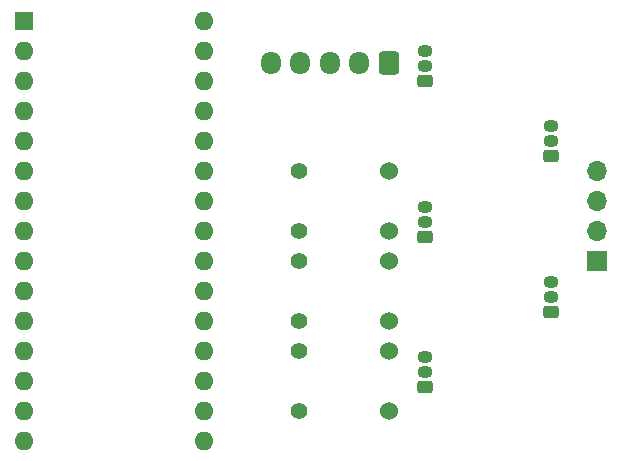
<source format=gbr>
G04 #@! TF.GenerationSoftware,KiCad,Pcbnew,(6.0.4)*
G04 #@! TF.CreationDate,2022-04-20T10:02:00+02:00*
G04 #@! TF.ProjectId,SFB,5346422e-6b69-4636-9164-5f7063625858,1*
G04 #@! TF.SameCoordinates,Original*
G04 #@! TF.FileFunction,Soldermask,Bot*
G04 #@! TF.FilePolarity,Negative*
%FSLAX46Y46*%
G04 Gerber Fmt 4.6, Leading zero omitted, Abs format (unit mm)*
G04 Created by KiCad (PCBNEW (6.0.4)) date 2022-04-20 10:02:00*
%MOMM*%
%LPD*%
G01*
G04 APERTURE LIST*
G04 Aperture macros list*
%AMRoundRect*
0 Rectangle with rounded corners*
0 $1 Rounding radius*
0 $2 $3 $4 $5 $6 $7 $8 $9 X,Y pos of 4 corners*
0 Add a 4 corners polygon primitive as box body*
4,1,4,$2,$3,$4,$5,$6,$7,$8,$9,$2,$3,0*
0 Add four circle primitives for the rounded corners*
1,1,$1+$1,$2,$3*
1,1,$1+$1,$4,$5*
1,1,$1+$1,$6,$7*
1,1,$1+$1,$8,$9*
0 Add four rect primitives between the rounded corners*
20,1,$1+$1,$2,$3,$4,$5,0*
20,1,$1+$1,$4,$5,$6,$7,0*
20,1,$1+$1,$6,$7,$8,$9,0*
20,1,$1+$1,$8,$9,$2,$3,0*%
G04 Aperture macros list end*
%ADD10O,1.600000X1.600000*%
%ADD11R,1.600000X1.600000*%
%ADD12O,1.700000X1.700000*%
%ADD13R,1.700000X1.700000*%
%ADD14C,1.524000*%
%ADD15C,1.397000*%
%ADD16O,1.700000X1.950000*%
%ADD17RoundRect,0.250000X0.600000X0.725000X-0.600000X0.725000X-0.600000X-0.725000X0.600000X-0.725000X0*%
%ADD18RoundRect,0.249900X0.400100X-0.275100X0.400100X0.275100X-0.400100X0.275100X-0.400100X-0.275100X0*%
%ADD19O,1.300000X1.050000*%
G04 APERTURE END LIST*
D10*
X59309000Y-125984000D03*
X44069000Y-125984000D03*
X59309000Y-90424000D03*
X44069000Y-123444000D03*
X59309000Y-92964000D03*
X44069000Y-120904000D03*
X59309000Y-95504000D03*
X44069000Y-118364000D03*
X59309000Y-98044000D03*
X44069000Y-115824000D03*
X59309000Y-100584000D03*
X44069000Y-113284000D03*
X59309000Y-103124000D03*
X44069000Y-110744000D03*
X59309000Y-105664000D03*
X44069000Y-108204000D03*
X59309000Y-108204000D03*
X44069000Y-105664000D03*
X59309000Y-110744000D03*
X44069000Y-103124000D03*
X59309000Y-113284000D03*
X44069000Y-100584000D03*
X59309000Y-115824000D03*
X44069000Y-98044000D03*
X59309000Y-118364000D03*
X44069000Y-95504000D03*
X59309000Y-120904000D03*
X44069000Y-92964000D03*
X59309000Y-123444000D03*
D11*
X44069000Y-90424000D03*
D12*
X92583000Y-103124000D03*
X92583000Y-105664000D03*
X92583000Y-108204000D03*
D13*
X92583000Y-110744000D03*
D14*
X74930000Y-115824000D03*
X74930000Y-110744000D03*
D15*
X67310000Y-115824000D03*
X67310000Y-110744000D03*
D14*
X74930000Y-123444000D03*
X74930000Y-118364000D03*
D15*
X67310000Y-123444000D03*
X67310000Y-118364000D03*
D16*
X64930000Y-93980000D03*
X67430000Y-93980000D03*
X69930000Y-93980000D03*
X72430000Y-93980000D03*
D17*
X74930000Y-93980000D03*
D18*
X88646000Y-115062000D03*
D19*
X88646000Y-112522000D03*
X88646000Y-113792000D03*
D18*
X88646000Y-101854000D03*
D19*
X88646000Y-99314000D03*
X88646000Y-100584000D03*
D18*
X77978000Y-121412000D03*
D19*
X77978000Y-118872000D03*
X77978000Y-120142000D03*
D18*
X77978000Y-108712000D03*
D19*
X77978000Y-106172000D03*
X77978000Y-107442000D03*
D18*
X77978000Y-95504000D03*
D19*
X77978000Y-92964000D03*
X77978000Y-94234000D03*
D14*
X74930000Y-108204000D03*
X74930000Y-103124000D03*
D15*
X67310000Y-108204000D03*
X67310000Y-103124000D03*
M02*

</source>
